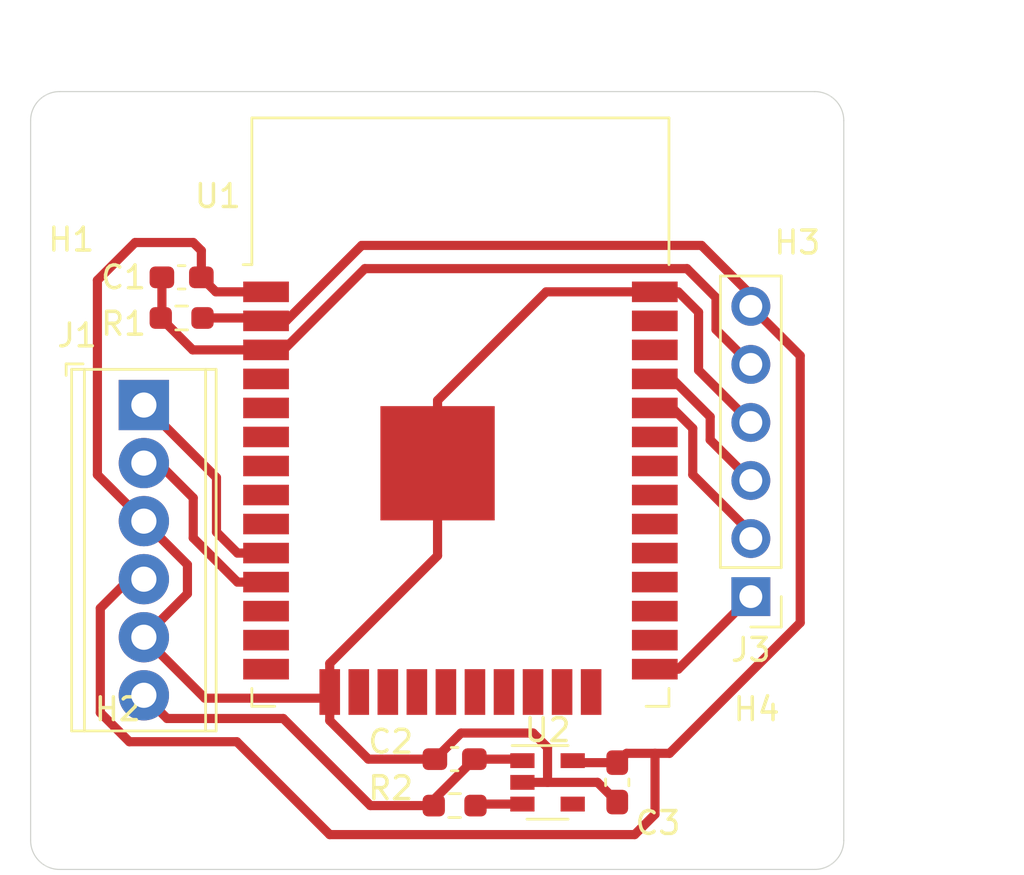
<source format=kicad_pcb>
(kicad_pcb (version 20211014) (generator pcbnew)
  (layers (0 "F.Cu" signal) (31 "B.Cu" signal) (34 "B.Paste" user) (35 "F.Paste" user) (36 "B.SilkS" user "B.Silkscreen") (37 "F.SilkS" user "F.Silkscreen") (38 "B.Mask" user) (39 "F.Mask" user) (44 "Edge.Cuts" user))
  (net 0 "")
  (net 1 "ESP_EN")
  (net 2 "GND")
  (net 3 "+BATT")
  (net 4 "+3V3")
  (net 5 "TRIG")
  (net 6 "ECHO")
  (net 7 "TXD")
  (net 8 "IO0")
  (net 9 "Net-(R2-Pad1)")
  (net 10 "Net-(U1-Pad4)")
  (net 11 "Net-(U1-Pad5)")
  (net 12 "Net-(U1-Pad6)")
  (net 13 "Net-(U1-Pad7)")
  (net 14 "Net-(U1-Pad8)")
  (net 15 "Net-(U1-Pad9)")
  (net 16 "Net-(U1-Pad12)")
  (net 17 "Net-(U1-Pad13)")
  (net 18 "Net-(U1-Pad14)")
  (net 19 "Net-(U1-Pad16)")
  (net 20 "Net-(U1-Pad17)")
  (net 21 "Net-(U1-Pad18)")
  (net 22 "Net-(U1-Pad19)")
  (net 23 "Net-(U1-Pad20)")
  (net 24 "Net-(U1-Pad21)")
  (net 25 "Net-(U1-Pad22)")
  (net 26 "Net-(U1-Pad23)")
  (net 27 "Net-(U1-Pad24)")
  (net 28 "Net-(U1-Pad26)")
  (net 29 "Net-(U1-Pad27)")
  (net 30 "Net-(U1-Pad28)")
  (net 31 "Net-(U1-Pad29)")
  (net 32 "Net-(U1-Pad30)")
  (net 33 "Net-(U1-Pad31)")
  (net 34 "Net-(U1-Pad32)")
  (net 35 "Net-(U1-Pad33)")
  (net 36 "RXD")
  (net 37 "Net-(U1-Pad36)")
  (net 38 "Net-(U1-Pad37)")
  (net 39 "Net-(U2-Pad4)")
  (footprint "MountingHole:MountingHole_2.1mm" (layer "F.Cu") (at 183.134 77.978)
    (fp_text reference "H1" (at -2.032 2.921) (layer "F.SilkS"))
    (fp_text value "MountingHole")
    (pad "" np_thru_hole circle locked (at 0 0) (size 2.1 2.1) (drill 2.1) (layers *.Cu *.Mask))
  )
  (footprint "MountingHole:MountingHole_2.1mm" (layer "F.Cu") (at 211.074 77.978)
    (fp_text reference "H3" (at 1.778 3.048) (layer "F.SilkS"))
    (fp_text value "MountingHole")
    (pad "" np_thru_hole circle locked (at 0 0) (size 2.1 2.1) (drill 2.1) (layers *.Cu *.Mask))
  )
  (footprint "MountingHole:MountingHole_2.1mm" (layer "F.Cu") (at 183.134 104.648)
    (fp_text reference "H2" (at 0 -3.2) (layer "F.SilkS"))
    (fp_text value "MountingHole")
    (pad "" np_thru_hole circle locked (at 0 0) (size 2.1 2.1) (drill 2.1) (layers *.Cu *.Mask))
  )
  (footprint "MountingHole:MountingHole_2.1mm" (layer "F.Cu") (at 211.074 104.648)
    (fp_text reference "H4" (at 0 -3.2) (layer "F.SilkS"))
    (fp_text value "MountingHole")
    (pad "" np_thru_hole circle locked (at 0 0) (size 2.1 2.1) (drill 2.1) (layers *.Cu *.Mask))
  )
  (footprint "RF_Module:ESP32-WROOM-32" (layer "F.Cu") (at 198.12 91.44)
    (fp_text reference "U1" (at -10.61 -12.446 180) (layer "F.SilkS"))
    (fp_text value "ESP32-WROOM-32D")
    (fp_line (start -9.12 -15.865) (end -9.12 -9.445) (layer "F.SilkS") (width 0.12))
    (fp_line (start 9.12 9.1) (end 9.12 9.88) (layer "F.SilkS") (width 0.12))
    (fp_line (start -9.12 -9.445) (end -9.5 -9.445) (layer "F.SilkS") (width 0.12))
    (fp_line (start 9.12 9.88) (end 8.12 9.88) (layer "F.SilkS") (width 0.12))
    (fp_line (start -9.12 -15.865) (end 9.12 -15.865) (layer "F.SilkS") (width 0.12))
    (fp_line (start -9.12 9.1) (end -9.12 9.88) (layer "F.SilkS") (width 0.12))
    (fp_line (start 9.12 -15.865) (end 9.12 -9.445) (layer "F.SilkS") (width 0.12))
    (fp_line (start -9.12 9.88) (end -8.12 9.88) (layer "F.SilkS") (width 0.12))
    (pad "1" smd rect locked (at -8.5 -8.255) (size 2 0.9) (layers "F.Cu" "F.Paste" "F.Mask") (net 2 "GND"))
    (pad "2" smd rect locked (at -8.5 -6.985) (size 2 0.9) (layers "F.Cu" "F.Paste" "F.Mask") (net 4 "+3V3"))
    (pad "3" smd rect locked (at -8.5 -5.715) (size 2 0.9) (layers "F.Cu" "F.Paste" "F.Mask") (net 1 "ESP_EN"))
    (pad "4" smd rect locked (at -8.5 -4.445) (size 2 0.9) (layers "F.Cu" "F.Paste" "F.Mask") (net 10 "Net-(U1-Pad4)"))
    (pad "5" smd rect locked (at -8.5 -3.175) (size 2 0.9) (layers "F.Cu" "F.Paste" "F.Mask") (net 11 "Net-(U1-Pad5)"))
    (pad "6" smd rect locked (at -8.5 -1.905) (size 2 0.9) (layers "F.Cu" "F.Paste" "F.Mask") (net 12 "Net-(U1-Pad6)"))
    (pad "7" smd rect locked (at -8.5 -0.635) (size 2 0.9) (layers "F.Cu" "F.Paste" "F.Mask") (net 13 "Net-(U1-Pad7)"))
    (pad "8" smd rect locked (at -8.5 0.635) (size 2 0.9) (layers "F.Cu" "F.Paste" "F.Mask") (net 14 "Net-(U1-Pad8)"))
    (pad "9" smd rect locked (at -8.5 1.905) (size 2 0.9) (layers "F.Cu" "F.Paste" "F.Mask") (net 15 "Net-(U1-Pad9)"))
    (pad "10" smd rect locked (at -8.5 3.175) (size 2 0.9) (layers "F.Cu" "F.Paste" "F.Mask") (net 5 "TRIG"))
    (pad "11" smd rect locked (at -8.5 4.445) (size 2 0.9) (layers "F.Cu" "F.Paste" "F.Mask") (net 6 "ECHO"))
    (pad "12" smd rect locked (at -8.5 5.715) (size 2 0.9) (layers "F.Cu" "F.Paste" "F.Mask") (net 16 "Net-(U1-Pad12)"))
    (pad "13" smd rect locked (at -8.5 6.985) (size 2 0.9) (layers "F.Cu" "F.Paste" "F.Mask") (net 17 "Net-(U1-Pad13)"))
    (pad "14" smd rect locked (at -8.5 8.255) (size 2 0.9) (layers "F.Cu" "F.Paste" "F.Mask") (net 18 "Net-(U1-Pad14)"))
    (pad "15" smd rect locked (at -5.715 9.255 90) (size 2 0.9) (layers "F.Cu" "F.Paste" "F.Mask") (net 2 "GND"))
    (pad "16" smd rect locked (at -4.445 9.255 90) (size 2 0.9) (layers "F.Cu" "F.Paste" "F.Mask") (net 19 "Net-(U1-Pad16)"))
    (pad "17" smd rect locked (at -3.175 9.255 90) (size 2 0.9) (layers "F.Cu" "F.Paste" "F.Mask") (net 20 "Net-(U1-Pad17)"))
    (pad "18" smd rect locked (at -1.905 9.255 90) (size 2 0.9) (layers "F.Cu" "F.Paste" "F.Mask") (net 21 "Net-(U1-Pad18)"))
    (pad "19" smd rect locked (at -0.635 9.255 90) (size 2 0.9) (layers "F.Cu" "F.Paste" "F.Mask") (net 22 "Net-(U1-Pad19)"))
    (pad "20" smd rect locked (at 0.635 9.255 90) (size 2 0.9) (layers "F.Cu" "F.Paste" "F.Mask") (net 23 "Net-(U1-Pad20)"))
    (pad "21" smd rect locked (at 1.905 9.255 90) (size 2 0.9) (layers "F.Cu" "F.Paste" "F.Mask") (net 24 "Net-(U1-Pad21)"))
    (pad "22" smd rect locked (at 3.175 9.255 90) (size 2 0.9) (layers "F.Cu" "F.Paste" "F.Mask") (net 25 "Net-(U1-Pad22)"))
    (pad "23" smd rect locked (at 4.445 9.255 90) (size 2 0.9) (layers "F.Cu" "F.Paste" "F.Mask") (net 26 "Net-(U1-Pad23)"))
    (pad "24" smd rect locked (at 5.715 9.255 90) (size 2 0.9) (layers "F.Cu" "F.Paste" "F.Mask") (net 27 "Net-(U1-Pad24)"))
    (pad "25" smd rect locked (at 8.5 8.255) (size 2 0.9) (layers "F.Cu" "F.Paste" "F.Mask") (net 8 "IO0"))
    (pad "26" smd rect locked (at 8.5 6.985) (size 2 0.9) (layers "F.Cu" "F.Paste" "F.Mask") (net 28 "Net-(U1-Pad26)"))
    (pad "27" smd rect locked (at 8.5 5.715) (size 2 0.9) (layers "F.Cu" "F.Paste" "F.Mask") (net 29 "Net-(U1-Pad27)"))
    (pad "28" smd rect locked (at 8.5 4.445) (size 2 0.9) (layers "F.Cu" "F.Paste" "F.Mask") (net 30 "Net-(U1-Pad28)"))
    (pad "29" smd rect locked (at 8.5 3.175) (size 2 0.9) (layers "F.Cu" "F.Paste" "F.Mask") (net 31 "Net-(U1-Pad29)"))
    (pad "30" smd rect locked (at 8.5 1.905) (size 2 0.9) (layers "F.Cu" "F.Paste" "F.Mask") (net 32 "Net-(U1-Pad30)"))
    (pad "31" smd rect locked (at 8.5 0.635) (size 2 0.9) (layers "F.Cu" "F.Paste" "F.Mask") (net 33 "Net-(U1-Pad31)"))
    (pad "32" smd rect locked (at 8.5 -0.635) (size 2 0.9) (layers "F.Cu" "F.Paste" "F.Mask") (net 34 "Net-(U1-Pad32)"))
    (pad "33" smd rect locked (at 8.5 -1.905) (size 2 0.9) (layers "F.Cu" "F.Paste" "F.Mask") (net 35 "Net-(U1-Pad33)"))
    (pad "34" smd rect locked (at 8.5 -3.175) (size 2 0.9) (layers "F.Cu" "F.Paste" "F.Mask") (net 36 "RXD"))
    (pad "35" smd rect locked (at 8.5 -4.445) (size 2 0.9) (layers "F.Cu" "F.Paste" "F.Mask") (net 7 "TXD"))
    (pad "36" smd rect locked (at 8.5 -5.715) (size 2 0.9) (layers "F.Cu" "F.Paste" "F.Mask") (net 37 "Net-(U1-Pad36)"))
    (pad "37" smd rect locked (at 8.5 -6.985) (size 2 0.9) (layers "F.Cu" "F.Paste" "F.Mask") (net 38 "Net-(U1-Pad37)"))
    (pad "38" smd rect locked (at 8.5 -8.255) (size 2 0.9) (layers "F.Cu" "F.Paste" "F.Mask") (net 2 "GND"))
    (pad "39" smd rect locked (at -1 -0.755) (size 5 5) (layers "F.Cu" "F.Paste" "F.Mask") (net 2 "GND"))
  )
  (footprint "Resistor_SMD:R_0603_1608Metric_Pad0.98x0.95mm_HandSolder" (layer "F.Cu") (at 197.866 105.664 180)
    (fp_text reference "R2" (at 2.794 0.762) (layer "F.SilkS"))
    (fp_text value "100k")
    (fp_line (start -0.254724 0.5225) (end 0.254724 0.5225) (layer "F.SilkS") (width 0.12))
    (fp_line (start -0.254724 -0.5225) (end 0.254724 -0.5225) (layer "F.SilkS") (width 0.12))
    (pad "1" smd roundrect locked (at -0.9125 0 180) (size 0.975 0.95) (layers "F.Cu" "F.Paste" "F.Mask") (net 9 "Net-(R2-Pad1)"))
    (pad "2" smd roundrect locked (at 0.9125 0 180) (size 0.975 0.95) (layers "F.Cu" "F.Paste" "F.Mask") (net 3 "+BATT"))
  )
  (footprint "Capacitor_SMD:C_0603_1608Metric_Pad1.08x0.95mm_HandSolder" (layer "F.Cu") (at 197.866 103.632 180)
    (fp_text reference "C2" (at 2.794 0.762) (layer "F.SilkS"))
    (fp_text value "1uF")
    (fp_line (start -0.146267 -0.51) (end 0.146267 -0.51) (layer "F.SilkS") (width 0.12))
    (fp_line (start -0.146267 0.51) (end 0.146267 0.51) (layer "F.SilkS") (width 0.12))
    (pad "1" smd roundrect locked (at -0.8625 0 180) (size 1.075 0.95) (layers "F.Cu" "F.Paste" "F.Mask") (net 3 "+BATT"))
    (pad "2" smd roundrect locked (at 0.8625 0 180) (size 1.075 0.95) (layers "F.Cu" "F.Paste" "F.Mask") (net 2 "GND"))
  )
  (footprint "Resistor_SMD:R_0603_1608Metric_Pad0.98x0.95mm_HandSolder" (layer "F.Cu") (at 185.928 84.328 180)
    (fp_text reference "R1" (at 2.54 -0.254) (layer "F.SilkS"))
    (fp_text value "10k")
    (fp_line (start -0.254724 -0.5225) (end 0.254724 -0.5225) (layer "F.SilkS") (width 0.12))
    (fp_line (start -0.254724 0.5225) (end 0.254724 0.5225) (layer "F.SilkS") (width 0.12))
    (pad "1" smd roundrect locked (at -0.9125 0 180) (size 0.975 0.95) (layers "F.Cu" "F.Paste" "F.Mask") (net 4 "+3V3"))
    (pad "2" smd roundrect locked (at 0.9125 0 180) (size 0.975 0.95) (layers "F.Cu" "F.Paste" "F.Mask") (net 1 "ESP_EN"))
  )
  (footprint "Connector_PinHeader_2.54mm:PinHeader_1x06_P2.54mm_Vertical" (layer "F.Cu") (at 210.82 96.52 180)
    (fp_text reference "J3" (at 0 -2.33) (layer "F.SilkS"))
    (fp_text value "Conn_02x03_Counter_Clockwise")
    (fp_line (start -1.33 -1.33) (end 0 -1.33) (layer "F.SilkS") (width 0.12))
    (fp_line (start -1.33 1.27) (end 1.33 1.27) (layer "F.SilkS") (width 0.12))
    (fp_line (start -1.33 0) (end -1.33 -1.33) (layer "F.SilkS") (width 0.12))
    (fp_line (start -1.33 1.27) (end -1.33 14.03) (layer "F.SilkS") (width 0.12))
    (fp_line (start 1.33 1.27) (end 1.33 14.03) (layer "F.SilkS") (width 0.12))
    (fp_line (start -1.33 14.03) (end 1.33 14.03) (layer "F.SilkS") (width 0.12))
    (pad "1" thru_hole rect locked (at 0 0 180) (size 1.7 1.7) (drill 1) (layers *.Cu *.Mask) (net 8 "IO0"))
    (pad "2" thru_hole oval locked (at 0 2.54 180) (size 1.7 1.7) (drill 1) (layers *.Cu *.Mask) (net 36 "RXD"))
    (pad "3" thru_hole oval locked (at 0 5.08 180) (size 1.7 1.7) (drill 1) (layers *.Cu *.Mask) (net 7 "TXD"))
    (pad "4" thru_hole oval locked (at 0 7.62 180) (size 1.7 1.7) (drill 1) (layers *.Cu *.Mask) (net 2 "GND"))
    (pad "5" thru_hole oval locked (at 0 10.16 180) (size 1.7 1.7) (drill 1) (layers *.Cu *.Mask) (net 1 "ESP_EN"))
    (pad "6" thru_hole oval locked (at 0 12.7 180) (size 1.7 1.7) (drill 1) (layers *.Cu *.Mask) (net 4 "+3V3"))
  )
  (footprint "Capacitor_SMD:C_0603_1608Metric_Pad1.08x0.95mm_HandSolder" (layer "F.Cu") (at 204.978 104.648 -90)
    (fp_text reference "C3" (at 1.778 -1.778 180) (layer "F.SilkS"))
    (fp_text value "1uF")
    (fp_line (start -0.146267 -0.51) (end 0.146267 -0.51) (layer "F.SilkS") (width 0.12))
    (fp_line (start -0.146267 0.51) (end 0.146267 0.51) (layer "F.SilkS") (width 0.12))
    (pad "1" smd roundrect locked (at -0.8625 0 270) (size 1.075 0.95) (layers "F.Cu" "F.Paste" "F.Mask") (net 4 "+3V3"))
    (pad "2" smd roundrect locked (at 0.8625 0 270) (size 1.075 0.95) (layers "F.Cu" "F.Paste" "F.Mask") (net 2 "GND"))
  )
  (footprint "Package_TO_SOT_SMD:SOT-23-5" (layer "F.Cu") (at 201.93 104.648)
    (fp_text reference "U2" (at 0 -2.286) (layer "F.SilkS"))
    (fp_text value "AP2112K-3.3")
    (fp_line (start -0.9 1.61) (end 0.9 1.61) (layer "F.SilkS") (width 0.12))
    (fp_line (start 0.9 -1.61) (end -1.55 -1.61) (layer "F.SilkS") (width 0.12))
    (pad "1" smd rect locked (at -1.1 -0.95) (size 1.06 0.65) (layers "F.Cu" "F.Paste" "F.Mask") (net 3 "+BATT"))
    (pad "2" smd rect locked (at -1.1 0) (size 1.06 0.65) (layers "F.Cu" "F.Paste" "F.Mask") (net 2 "GND"))
    (pad "3" smd rect locked (at -1.1 0.95) (size 1.06 0.65) (layers "F.Cu" "F.Paste" "F.Mask") (net 9 "Net-(R2-Pad1)"))
    (pad "4" smd rect locked (at 1.1 0.95) (size 1.06 0.65) (layers "F.Cu" "F.Paste" "F.Mask") (net 39 "Net-(U2-Pad4)"))
    (pad "5" smd rect locked (at 1.1 -0.95) (size 1.06 0.65) (layers "F.Cu" "F.Paste" "F.Mask") (net 4 "+3V3"))
  )
  (footprint "TerminalBlock_Phoenix:TerminalBlock_Phoenix_MPT-0,5-6-2.54_1x06_P2.54mm_Horizontal" (layer "F.Cu") (at 184.277 88.138 -90)
    (fp_text reference "J1" (at -3.048 2.921 180) (layer "F.SilkS"))
    (fp_text value "Conn_01x06_Male")
    (fp_line (start -1.56 -3.16) (end -1.56 3.16) (layer "F.SilkS") (width 0.12))
    (fp_line (start -1.56 3.16) (end 14.26 3.16) (layer "F.SilkS") (width 0.12))
    (fp_line (start -1.8 3.4) (end -1.3 3.4) (layer "F.SilkS") (width 0.12))
    (fp_line (start -1.56 2.6) (end 14.26 2.6) (layer "F.SilkS") (width 0.12))
    (fp_line (start -1.56 -3.16) (end 14.26 -3.16) (layer "F.SilkS") (width 0.12))
    (fp_line (start -1.8 2.66) (end -1.8 3.4) (layer "F.SilkS") (width 0.12))
    (fp_line (start 14.26 -3.16) (end 14.26 3.16) (layer "F.SilkS") (width 0.12))
    (fp_line (start -1.56 -2.7) (end 14.26 -2.7) (layer "F.SilkS") (width 0.12))
    (pad "1" thru_hole rect locked (at 0 0 270) (size 2.2 2.2) (drill 1.1) (layers *.Cu *.Mask) (net 5 "TRIG"))
    (pad "2" thru_hole circle locked (at 2.54 0 270) (size 2.2 2.2) (drill 1.1) (layers *.Cu *.Mask) (net 6 "ECHO"))
    (pad "3" thru_hole circle locked (at 5.08 0 270) (size 2.2 2.2) (drill 1.1) (layers *.Cu *.Mask) (net 2 "GND"))
    (pad "4" thru_hole circle locked (at 7.62 0 270) (size 2.2 2.2) (drill 1.1) (layers *.Cu *.Mask) (net 4 "+3V3"))
    (pad "5" thru_hole circle locked (at 10.16 0 270) (size 2.2 2.2) (drill 1.1) (layers *.Cu *.Mask) (net 2 "GND"))
    (pad "6" thru_hole circle locked (at 12.7 0 270) (size 2.2 2.2) (drill 1.1) (layers *.Cu *.Mask) (net 3 "+BATT"))
  )
  (footprint "Capacitor_SMD:C_0603_1608Metric_Pad1.08x0.95mm_HandSolder" (layer "F.Cu") (at 185.928 82.55)
    (fp_text reference "C1" (at -2.54 0) (layer "F.SilkS"))
    (fp_text value "100nF")
    (fp_line (start -0.146267 -0.51) (end 0.146267 -0.51) (layer "F.SilkS") (width 0.12))
    (fp_line (start -0.146267 0.51) (end 0.146267 0.51) (layer "F.SilkS") (width 0.12))
    (pad "1" smd roundrect locked (at -0.8625 0) (size 1.075 0.95) (layers "F.Cu" "F.Paste" "F.Mask") (net 1 "ESP_EN"))
    (pad "2" smd roundrect locked (at 0.8625 0) (size 1.075 0.95) (layers "F.Cu" "F.Paste" "F.Mask") (net 2 "GND"))
  )
  (gr_line (start 213.614 108.458) (end 180.594 108.458) (layer "Edge.Cuts") (width 0.05))
  (gr_arc (start 179.324 75.692) (mid 179.695974 74.793974) (end 180.594 74.422) (layer "Edge.Cuts") (width 0.05))
  (gr_arc (start 213.614 74.422) (mid 214.512026 74.793974) (end 214.884 75.692) (layer "Edge.Cuts") (width 0.05))
  (gr_line (start 180.594 74.422) (end 213.614 74.422) (layer "Edge.Cuts") (width 0.05))
  (gr_line (start 214.884 75.692) (end 214.884 107.188) (layer "Edge.Cuts") (width 0.05))
  (gr_arc (start 180.594 108.458) (mid 179.695974 108.086026) (end 179.324 107.188) (layer "Edge.Cuts") (width 0.05))
  (gr_line (start 179.324 107.188) (end 179.324 75.692) (layer "Edge.Cuts") (width 0.05))
  (gr_arc (start 214.884 107.188) (mid 214.512026 108.086026) (end 213.614 108.458) (layer "Edge.Cuts") (width 0.05))
  (segment (start 193.941002 82.169) (end 190.385002 85.725) (width 0.4) (layer "F.Cu") (net 1))
  (segment (start 185.0655 84.278) (end 185.0155 84.328) (width 0.4) (layer "F.Cu") (net 1))
  (segment (start 185.0655 82.55) (end 185.0655 84.278) (width 0.4) (layer "F.Cu") (net 1))
  (segment (start 210.82 86.36) (end 209.296 84.836) (width 0.4) (layer "F.Cu") (net 1))
  (segment (start 209.296 84.836) (end 209.296 83.439) (width 0.4) (layer "F.Cu") (net 1))
  (segment (start 190.385002 85.725) (end 189.62 85.725) (width 0.4) (layer "F.Cu") (net 1))
  (segment (start 209.296 83.439) (end 208.026 82.169) (width 0.4) (layer "F.Cu") (net 1))
  (segment (start 208.026 82.169) (end 193.941002 82.169) (width 0.4) (layer "F.Cu") (net 1))
  (segment (start 189.62 85.725) (end 186.4125 85.725) (width 0.4) (layer "F.Cu") (net 1))
  (segment (start 186.4125 85.725) (end 185.0155 84.328) (width 0.4) (layer "F.Cu") (net 1))
  (segment (start 182.245 82.677) (end 183.896 81.026) (width 0.4) (layer "F.Cu") (net 2))
  (segment (start 182.245 91.186) (end 184.277 93.218) (width 0.4) (layer "F.Cu") (net 2))
  (segment (start 201.93 103.124) (end 201.93 104.648) (width 0.4) (layer "F.Cu") (net 2))
  (segment (start 192.405 100.695) (end 192.405 101.945) (width 0.4) (layer "F.Cu") (net 2))
  (segment (start 189.62 83.185) (end 187.4255 83.185) (width 0.4) (layer "F.Cu") (net 2))
  (segment (start 187.4255 83.185) (end 186.7905 82.55) (width 0.4) (layer "F.Cu") (net 2))
  (segment (start 201.295 102.489) (end 201.93 103.124) (width 0.4) (layer "F.Cu") (net 2))
  (segment (start 186.7905 81.3805) (end 186.7905 82.55) (width 0.4) (layer "F.Cu") (net 2))
  (segment (start 186.182 96.393) (end 184.277 98.298) (width 0.4) (layer "F.Cu") (net 2))
  (segment (start 186.182 95.123) (end 186.182 96.393) (width 0.4) (layer "F.Cu") (net 2))
  (segment (start 182.245 91.186) (end 182.245 82.677) (width 0.4) (layer "F.Cu") (net 2))
  (segment (start 184.277 93.218) (end 186.182 95.123) (width 0.4) (layer "F.Cu") (net 2))
  (segment (start 183.896 81.026) (end 186.436 81.026) (width 0.4) (layer "F.Cu") (net 2))
  (segment (start 186.436 81.026) (end 186.7905 81.3805) (width 0.4) (layer "F.Cu") (net 2))
  (segment (start 198.1465 102.489) (end 201.295 102.489) (width 0.4) (layer "F.Cu") (net 2))
  (segment (start 192.405 101.945) (end 194.092 103.632) (width 0.4) (layer "F.Cu") (net 2))
  (segment (start 197.0035 103.632) (end 198.1465 102.489) (width 0.4) (layer "F.Cu") (net 2))
  (segment (start 197.12 94.73) (end 197.12 90.685) (width 0.4) (layer "F.Cu") (net 2))
  (segment (start 194.092 103.632) (end 197.0035 103.632) (width 0.4) (layer "F.Cu") (net 2))
  (segment (start 201.87 83.185) (end 206.62 83.185) (width 0.4) (layer "F.Cu") (net 2))
  (segment (start 192.405 100.695) (end 192.405 99.445) (width 0.4) (layer "F.Cu") (net 2))
  (segment (start 201.93 104.648) (end 200.83 104.648) (width 0.4) (layer "F.Cu") (net 2))
  (segment (start 197.12 90.685) (end 197.12 87.935) (width 0.4) (layer "F.Cu") (net 2))
  (segment (start 197.12 87.935) (end 201.87 83.185) (width 0.4) (layer "F.Cu") (net 2))
  (segment (start 192.405 99.445) (end 197.12 94.73) (width 0.4) (layer "F.Cu") (net 2))
  (segment (start 204.1155 104.648) (end 201.93 104.648) (width 0.4) (layer "F.Cu") (net 2))
  (segment (start 204.978 105.5105) (end 204.1155 104.648) (width 0.4) (layer "F.Cu") (net 2))
  (segment (start 210.82 88.9) (end 208.534 86.614) (width 0.4) (layer "F.Cu") (net 2))
  (segment (start 208.534 86.614) (end 208.534 84.074) (width 0.4) (layer "F.Cu") (net 2))
  (segment (start 208.534 84.074) (end 207.645 83.185) (width 0.4) (layer "F.Cu") (net 2))
  (segment (start 207.645 83.185) (end 206.62 83.185) (width 0.4) (layer "F.Cu") (net 2))
  (segment (start 192.135 100.965) (end 186.944 100.965) (width 0.4) (layer "F.Cu") (net 2))
  (segment (start 192.405 100.695) (end 192.135 100.965) (width 0.4) (layer "F.Cu") (net 2))
  (segment (start 186.944 100.965) (end 184.277 98.298) (width 0.4) (layer "F.Cu") (net 2))
  (segment (start 198.7285 103.632) (end 200.764 103.632) (width 0.4) (layer "F.Cu") (net 3))
  (segment (start 196.9535 105.664) (end 196.9535 105.407) (width 0.4) (layer "F.Cu") (net 3))
  (segment (start 200.764 103.632) (end 200.83 103.698) (width 0.4) (layer "F.Cu") (net 3))
  (segment (start 194.183 105.664) (end 196.9535 105.664) (width 0.4) (layer "F.Cu") (net 3))
  (segment (start 196.9535 105.407) (end 198.7285 103.632) (width 0.4) (layer "F.Cu") (net 3))
  (segment (start 184.277 100.838) (end 185.293 101.854) (width 0.4) (layer "F.Cu") (net 3))
  (segment (start 185.293 101.854) (end 190.373 101.854) (width 0.4) (layer "F.Cu") (net 3))
  (segment (start 190.373 101.854) (end 194.183 105.664) (width 0.4) (layer "F.Cu") (net 3))
  (segment (start 183.642 102.87) (end 182.372 101.6) (width 0.4) (layer "F.Cu") (net 4))
  (segment (start 190.5 84.455) (end 189.62 84.455) (width 0.4) (layer "F.Cu") (net 4))
  (segment (start 212.979 85.979) (end 210.82 83.82) (width 0.4) (layer "F.Cu") (net 4))
  (segment (start 206.629 106.045) (end 205.74 106.934) (width 0.4) (layer "F.Cu") (net 4))
  (segment (start 210.82 83.312) (end 208.661 81.153) (width 0.4) (layer "F.Cu") (net 4))
  (segment (start 208.661 81.153) (end 193.802 81.153) (width 0.4) (layer "F.Cu") (net 4))
  (segment (start 189.493 84.328) (end 189.62 84.455) (width 0.4) (layer "F.Cu") (net 4))
  (segment (start 206.629 103.378) (end 206.629 106.045) (width 0.4) (layer "F.Cu") (net 4))
  (segment (start 182.372 97.028) (end 183.642 95.758) (width 0.4) (layer "F.Cu") (net 4))
  (segment (start 212.979 97.663) (end 212.979 85.979) (width 0.4) (layer "F.Cu") (net 4))
  (segment (start 186.8405 84.328) (end 189.493 84.328) (width 0.4) (layer "F.Cu") (net 4))
  (segment (start 193.802 81.153) (end 190.5 84.455) (width 0.4) (layer "F.Cu") (net 4))
  (segment (start 188.341 102.87) (end 183.642 102.87) (width 0.4) (layer "F.Cu") (net 4))
  (segment (start 192.405 106.934) (end 188.341 102.87) (width 0.4) (layer "F.Cu") (net 4))
  (segment (start 183.642 95.758) (end 184.277 95.758) (width 0.4) (layer "F.Cu") (net 4))
  (segment (start 205.74 106.934) (end 192.405 106.934) (width 0.4) (layer "F.Cu") (net 4))
  (segment (start 210.82 83.82) (end 210.82 83.312) (width 0.4) (layer "F.Cu") (net 4))
  (segment (start 182.372 101.6) (end 182.372 97.028) (width 0.4) (layer "F.Cu") (net 4))
  (segment (start 206.629 103.378) (end 205.3855 103.378) (width 0.4) (layer "F.Cu") (net 4))
  (segment (start 206.629 103.378) (end 207.264 103.378) (width 0.4) (layer "F.Cu") (net 4))
  (segment (start 207.264 103.378) (end 212.979 97.663) (width 0.4) (layer "F.Cu") (net 4))
  (segment (start 204.978 103.7855) (end 203.1175 103.7855) (width 0.4) (layer "F.Cu") (net 4))
  (segment (start 203.1175 103.7855) (end 203.03 103.698) (width 0.4) (layer "F.Cu") (net 4))
  (segment (start 205.3855 103.378) (end 204.978 103.7855) (width 0.4) (layer "F.Cu") (net 4))
  (segment (start 189.62 94.615) (end 188.37 94.615) (width 0.4) (layer "F.Cu") (net 5))
  (segment (start 187.452 91.313) (end 184.277 88.138) (width 0.4) (layer "F.Cu") (net 5))
  (segment (start 187.452 93.697) (end 187.452 91.313) (width 0.4) (layer "F.Cu") (net 5))
  (segment (start 188.37 94.615) (end 187.452 93.697) (width 0.4) (layer "F.Cu") (net 5))
  (segment (start 184.912 90.678) (end 184.277 90.678) (width 0.4) (layer "F.Cu") (net 6))
  (segment (start 188.37 95.885) (end 186.436 93.951) (width 0.4) (layer "F.Cu") (net 6))
  (segment (start 186.436 92.202) (end 184.912 90.678) (width 0.4) (layer "F.Cu") (net 6))
  (segment (start 189.62 95.885) (end 188.37 95.885) (width 0.4) (layer "F.Cu") (net 6))
  (segment (start 186.436 93.951) (end 186.436 92.202) (width 0.4) (layer "F.Cu") (net 6))
  (segment (start 210.82 91.44) (end 209.042 89.662) (width 0.4) (layer "F.Cu") (net 7))
  (segment (start 209.042 89.662) (end 209.042 88.651998) (width 0.4) (layer "F.Cu") (net 7))
  (segment (start 209.042 88.651998) (end 207.385002 86.995) (width 0.4) (layer "F.Cu") (net 7))
  (segment (start 207.385002 86.995) (end 206.62 86.995) (width 0.4) (layer "F.Cu") (net 7))
  (segment (start 207.645 99.695) (end 206.62 99.695) (width 0.4) (layer "F.Cu") (net 8))
  (segment (start 210.82 96.52) (end 207.645 99.695) (width 0.4) (layer "F.Cu") (net 8))
  (segment (start 198.8445 105.598) (end 198.7785 105.664) (width 0.4) (layer "F.Cu") (net 9))
  (segment (start 200.83 105.598) (end 198.8445 105.598) (width 0.4) (layer "F.Cu") (net 9))
  (segment (start 210.82 93.98) (end 210.82 93.726) (width 0.4) (layer "F.Cu") (net 36))
  (segment (start 208.28 91.186) (end 208.28 89.159998) (width 0.4) (layer "F.Cu") (net 36))
  (segment (start 207.385002 88.265) (end 206.62 88.265) (width 0.4) (layer "F.Cu") (net 36))
  (segment (start 210.82 93.726) (end 208.28 91.186) (width 0.4) (layer "F.Cu") (net 36))
  (segment (start 208.28 89.159998) (end 207.385002 88.265) (width 0.4) (layer "F.Cu") (net 36))
)
</source>
